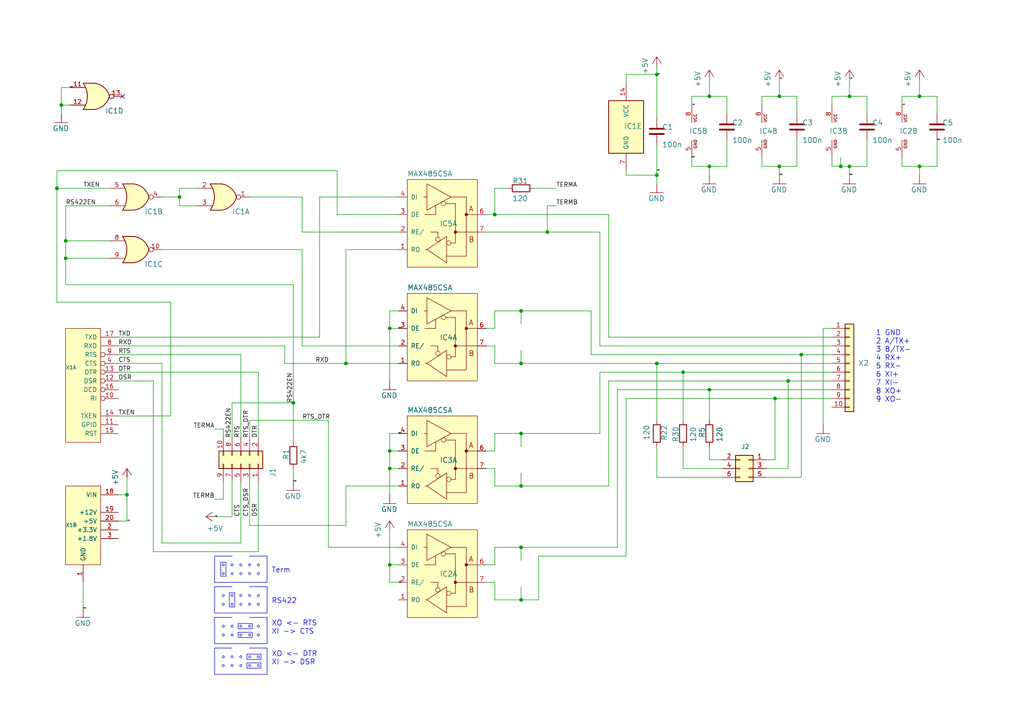
<source format=kicad_sch>
(kicad_sch (version 20250114) (generator "eeschema") (generator_version "9.0")
  (paper "A4")
  (title_block (date "2023-06-28"))
  (lib_symbols
    (symbol "74xx:74HCT02" (pin_names (offset 1.016))
      (property "Reference" "U" (at 0 1.27 0))
      (property "Value" "74HCT02" (at 0 -1.27 0))
      (symbol "74HCT02_1_1"
        (arc (start -3.81 3.81) (mid -2.589 0) (end -3.81 -3.81) (stroke (width 0.254)))
        (polyline (pts (xy -3.81 3.81) (xy -0.635 3.81)) (stroke (width 0.254)) (fill (type background)))
        (polyline (pts (xy -3.81 -3.81) (xy -0.635 -3.81)) (stroke (width 0.254)) (fill (type background)))
        (arc (start 3.81 0) (mid 2.1855 -2.584) (end -0.6096 -3.81) (stroke (width 0.254)) (fill (type background)))
        (arc (start -0.6096 3.81) (mid 2.1928 2.5924) (end 3.81 0) (stroke (width 0.254)) (fill (type background)))
        (polyline (pts (xy -0.635 3.81) (xy -3.81 3.81) (xy -3.81 3.81) (xy -3.556 3.4036) (xy -3.0226 2.2606) (xy -2.6924 1.0414) (xy -2.6162 -0.254) (xy -2.7686 -1.4986) (xy -3.175 -2.7178) (xy -3.81 -3.81) (xy -3.81 -3.81) (xy -0.635 -3.81)) (stroke (width -25.4)) (fill (type background)))
        (pin input line (at -7.62 2.54 0) (length 4.318) (name "~") (number "2"))
        (pin input line (at -7.62 -2.54 0) (length 4.318) (name "~") (number "3"))
        (pin output inverted (at 7.62 0 180) (length 3.81) (name "~") (number "1"))
      )
      (symbol "74HCT02_1_2"
        (arc (start 0 3.81) (mid 3.7934 0) (end 0 -3.81) (stroke (width 0.254)) (fill (type background)))
        (polyline (pts (xy 0 3.81) (xy -3.81 3.81) (xy -3.81 -3.81) (xy 0 -3.81)) (stroke (width 0.254)) (fill (type background)))
        (pin input inverted (at -7.62 2.54 0) (length 3.81) (name "~") (number "2"))
        (pin input inverted (at -7.62 -2.54 0) (length 3.81) (name "~") (number "3"))
        (pin output line (at 7.62 0 180) (length 3.81) (name "~") (number "1"))
      )
      (symbol "74HCT02_2_1"
        (arc (start -3.81 3.81) (mid -2.589 0) (end -3.81 -3.81) (stroke (width 0.254)))
        (polyline (pts (xy -3.81 3.81) (xy -0.635 3.81)) (stroke (width 0.254)) (fill (type background)))
        (polyline (pts (xy -3.81 -3.81) (xy -0.635 -3.81)) (stroke (width 0.254)) (fill (type background)))
        (arc (start 3.81 0) (mid 2.1855 -2.584) (end -0.6096 -3.81) (stroke (width 0.254)) (fill (type background)))
        (arc (start -0.6096 3.81) (mid 2.1928 2.5924) (end 3.81 0) (stroke (width 0.254)) (fill (type background)))
        (polyline (pts (xy -0.635 3.81) (xy -3.81 3.81) (xy -3.81 3.81) (xy -3.556 3.4036) (xy -3.0226 2.2606) (xy -2.6924 1.0414) (xy -2.6162 -0.254) (xy -2.7686 -1.4986) (xy -3.175 -2.7178) (xy -3.81 -3.81) (xy -3.81 -3.81) (xy -0.635 -3.81)) (stroke (width -25.4)) (fill (type background)))
        (pin input line (at -7.62 2.54 0) (length 4.318) (name "~") (number "5"))
        (pin input line (at -7.62 -2.54 0) (length 4.318) (name "~") (number "6"))
        (pin output inverted (at 7.62 0 180) (length 3.81) (name "~") (number "4"))
      )
      (symbol "74HCT02_2_2"
        (arc (start 0 3.81) (mid 3.7934 0) (end 0 -3.81) (stroke (width 0.254)) (fill (type background)))
        (polyline (pts (xy 0 3.81) (xy -3.81 3.81) (xy -3.81 -3.81) (xy 0 -3.81)) (stroke (width 0.254)) (fill (type background)))
        (pin input inverted (at -7.62 2.54 0) (length 3.81) (name "~") (number "5"))
        (pin input inverted (at -7.62 -2.54 0) (length 3.81) (name "~") (number "6"))
        (pin output line (at 7.62 0 180) (length 3.81) (name "~") (number "4"))
      )
      (symbol "74HCT02_3_1"
        (arc (start -3.81 3.81) (mid -2.589 0) (end -3.81 -3.81) (stroke (width 0.254)))
        (polyline (pts (xy -3.81 3.81) (xy -0.635 3.81)) (stroke (width 0.254)) (fill (type background)))
        (polyline (pts (xy -3.81 -3.81) (xy -0.635 -3.81)) (stroke (width 0.254)) (fill (type background)))
        (arc (start 3.81 0) (mid 2.1855 -2.584) (end -0.6096 -3.81) (stroke (width 0.254)) (fill (type background)))
        (arc (start -0.6096 3.81) (mid 2.1928 2.5924) (end 3.81 0) (stroke (width 0.254)) (fill (type background)))
        (polyline (pts (xy -0.635 3.81) (xy -3.81 3.81) (xy -3.81 3.81) (xy -3.556 3.4036) (xy -3.0226 2.2606) (xy -2.6924 1.0414) (xy -2.6162 -0.254) (xy -2.7686 -1.4986) (xy -3.175 -2.7178) (xy -3.81 -3.81) (xy -3.81 -3.81) (xy -0.635 -3.81)) (stroke (width -25.4)) (fill (type background)))
        (pin input line (at -7.62 2.54 0) (length 4.318) (name "~") (number "8"))
        (pin input line (at -7.62 -2.54 0) (length 4.318) (name "~") (number "9"))
        (pin output inverted (at 7.62 0 180) (length 3.81) (name "~") (number "10"))
      )
      (symbol "74HCT02_3_2"
        (arc (start 0 3.81) (mid 3.7934 0) (end 0 -3.81) (stroke (width 0.254)) (fill (type background)))
        (polyline (pts (xy 0 3.81) (xy -3.81 3.81) (xy -3.81 -3.81) (xy 0 -3.81)) (stroke (width 0.254)) (fill (type background)))
        (pin input inverted (at -7.62 2.54 0) (length 3.81) (name "~") (number "8"))
        (pin input inverted (at -7.62 -2.54 0) (length 3.81) (name "~") (number "9"))
        (pin output line (at 7.62 0 180) (length 3.81) (name "~") (number "10"))
      )
      (symbol "74HCT02_4_1"
        (arc (start -3.81 3.81) (mid -2.589 0) (end -3.81 -3.81) (stroke (width 0.254)))
        (polyline (pts (xy -3.81 3.81) (xy -0.635 3.81)) (stroke (width 0.254)) (fill (type background)))
        (polyline (pts (xy -3.81 -3.81) (xy -0.635 -3.81)) (stroke (width 0.254)) (fill (type background)))
        (arc (start 3.81 0) (mid 2.1855 -2.584) (end -0.6096 -3.81) (stroke (width 0.254)) (fill (type background)))
        (arc (start -0.6096 3.81) (mid 2.1928 2.5924) (end 3.81 0) (stroke (width 0.254)) (fill (type background)))
        (polyline (pts (xy -0.635 3.81) (xy -3.81 3.81) (xy -3.81 3.81) (xy -3.556 3.4036) (xy -3.0226 2.2606) (xy -2.6924 1.0414) (xy -2.6162 -0.254) (xy -2.7686 -1.4986) (xy -3.175 -2.7178) (xy -3.81 -3.81) (xy -3.81 -3.81) (xy -0.635 -3.81)) (stroke (width -25.4)) (fill (type background)))
        (pin input line (at -7.62 2.54 0) (length 4.318) (name "~") (number "11"))
        (pin input line (at -7.62 -2.54 0) (length 4.318) (name "~") (number "12"))
        (pin output inverted (at 7.62 0 180) (length 3.81) (name "~") (number "13"))
      )
      (symbol "74HCT02_4_2"
        (arc (start 0 3.81) (mid 3.7934 0) (end 0 -3.81) (stroke (width 0.254)) (fill (type background)))
        (polyline (pts (xy 0 3.81) (xy -3.81 3.81) (xy -3.81 -3.81) (xy 0 -3.81)) (stroke (width 0.254)) (fill (type background)))
        (pin input inverted (at -7.62 2.54 0) (length 3.81) (name "~") (number "11"))
        (pin input inverted (at -7.62 -2.54 0) (length 3.81) (name "~") (number "12"))
        (pin output line (at 7.62 0 180) (length 3.81) (name "~") (number "13"))
      )
      (symbol "74HCT02_5_0"
        (pin power_in line (at 0 12.7 270) (length 5.08) (name "VCC") (number "14"))
        (pin power_in line (at 0 -12.7 90) (length 5.08) (name "GND") (number "7"))
      )
      (symbol "74HCT02_5_1"
        (rectangle (start -5.08 7.62) (end 5.08 -7.62) (stroke (width 0.254)) (fill (type background)))
      )
    )
    (symbol "AllSerial:AllSerial_Connector" (pin_names (offset 1.016))
      (property "Reference" "X" (at -5.08 19.05 0))
      (symbol "AllSerial_Connector_1_0"
        (pin output line (at 10.16 15.24 180) (length 5.08) (name "TXD") (number "17"))
        (pin input line (at 10.16 12.7 180) (length 5.08) (name "RXD") (number "8"))
        (pin output inverted (at 10.16 10.16 180) (length 5.08) (name "RTS") (number "9"))
        (pin input inverted (at 10.16 7.62 180) (length 5.08) (name "CTS") (number "4"))
        (pin output inverted (at 10.16 5.08 180) (length 5.08) (name "DTR") (number "13"))
        (pin input inverted (at 10.16 2.54 180) (length 5.08) (name "DSR") (number "12"))
        (pin input inverted (at 10.16 0 180) (length 5.08) (name "DCD") (number "16"))
        (pin input inverted (at 10.16 -2.54 180) (length 5.08) (name "RI") (number "10"))
        (pin output line (at 10.16 -7.62 180) (length 5.08) (name "TXEN") (number "14"))
        (pin bidirectional line (at 10.16 -10.16 180) (length 5.08) (name "GPIO") (number "11"))
        (pin bidirectional line (at 10.16 -12.7 180) (length 5.08) (name "RST") (number "15"))
      )
      (symbol "AllSerial_Connector_1_1"
        (rectangle (start -5.08 17.78) (end 5.08 -15.24) (fill (type background)))
      )
      (symbol "AllSerial_Connector_2_0"
        (pin bidirectional line (at 0 -10.16 90) (length 5.08) (name "GND") (number "1"))
        (pin bidirectional line (at 10.16 15.24 180) (length 5.08) (name "VIN") (number "18"))
        (pin bidirectional line (at 10.16 10.16 180) (length 5.08) (name "+12V") (number "19"))
        (pin bidirectional line (at 10.16 7.62 180) (length 5.08) (name "+5V") (number "20"))
        (pin bidirectional line (at 10.16 5.08 180) (length 5.08) (name "+3.3V") (number "2"))
        (pin bidirectional line (at 10.16 2.54 180) (length 5.08) (name "+1.8V") (number "3"))
      )
      (symbol "AllSerial_Connector_2_1"
        (rectangle (start -5.08 17.78) (end 5.08 -5.08) (fill (type background)))
      )
      (symbol "AllSerial_Connector_3_0"
        (pin bidirectional line (at 10.16 15.24 180) (length 5.08) (name "VUSB") (number "7"))
        (pin bidirectional line (at 10.16 12.7 180) (length 5.08) (name "D+") (number "6"))
        (pin bidirectional line (at 10.16 10.16 180) (length 5.08) (name "D-") (number "5"))
      )
      (symbol "AllSerial_Connector_3_1"
        (rectangle (start -5.08 17.78) (end 5.08 7.62) (fill (type background)))
      )
    )
    (symbol "AllSerial:MAX485" (pin_names (offset 1.016))
      (property "Reference" "IC5" (at -0.762 0.762 0))
      (symbol "MAX485_1_0"
        (polyline (pts (xy -5.334 -7.62) (xy -4.445 -7.62)))
        (polyline (pts (xy -5.08 -2.54) (xy -1.905 -2.54)))
        (polyline (pts (xy -4.953 7.62) (xy -4.445 7.62)))
        (polyline (pts (xy -4.445 7.62) (xy 1.27 11.43)))
        (polyline (pts (xy -4.445 -3.81) (xy 2.54 -7.62)))
        (polyline (pts (xy -4.445 -7.62) (xy -4.445 -3.81)))
        (polyline (pts (xy -4.445 -11.43) (xy -4.445 -7.62)))
        (polyline (pts (xy -3.302 2.54) (xy -1.27 2.54)))
        (polyline (pts (xy -1.905 -2.54) (xy -1.905 -5.207)))
        (circle (center -1.27 4.699) (radius 0.635) (stroke (width 0.127)))
        (polyline (pts (xy -1.27 2.54) (xy -1.27 4.064)))
        (circle (center 0.381 -5.715) (radius 0.635) (stroke (width 0.127)))
        (polyline (pts (xy 1.016 -5.715) (xy 3.81 -5.715)))
        (polyline (pts (xy 1.27 11.43) (xy 1.27 9.525)))
        (polyline (pts (xy 1.27 9.525) (xy 1.27 3.81)))
        (polyline (pts (xy 1.27 9.525) (xy 6.985 9.525)))
        (polyline (pts (xy 1.27 3.81) (xy -4.445 7.62)))
        (circle (center 1.905 5.715) (radius 0.635) (stroke (width 0.127)))
        (polyline (pts (xy 2.54 -7.62) (xy -4.445 -11.43)))
        (polyline (pts (xy 2.54 -7.62) (xy 6.985 -7.62)))
        (polyline (pts (xy 3.81 5.715) (xy 2.54 5.715)))
        (polyline (pts (xy 3.81 2.54) (xy 3.81 5.715)))
        (circle (center 3.81 2.54) (radius 0.254) (stroke (width 0.4064)))
        (polyline (pts (xy 3.81 -5.715) (xy 3.81 2.54)))
        (polyline (pts (xy 6.985 -2.54) (xy 6.985 9.525)))
        (circle (center 6.985 -2.54) (radius 0.254) (stroke (width 0.4064)))
        (polyline (pts (xy 6.985 -7.62) (xy 6.985 -2.54)))
        (polyline (pts (xy 10.16 2.54) (xy 3.81 2.54)))
        (polyline (pts (xy 10.16 -2.54) (xy 6.985 -2.54)))
        (text "B" (at 7.62 3.81 0) (effects (font (size 1.4986 1.4986)) (justify left bottom)))
        (text "A" (at 7.62 -5.08 0) (effects (font (size 1.4986 1.4986)) (justify left bottom)))
        (pin output line (at -12.7 7.62 0) (length 2.54) (name "RO") (number "1"))
        (pin input line (at -12.7 2.54 0) (length 2.54) (name "RE/") (number "2"))
        (pin input line (at -12.7 -2.54 0) (length 2.54) (name "DE") (number "3"))
        (pin input line (at -12.7 -7.62 0) (length 2.54) (name "DI") (number "4"))
        (pin passive line (at 12.7 2.54 180) (length 2.54) (name "B") (number "7"))
        (pin passive line (at 12.7 -2.54 180) (length 2.54) (name "A") (number "6"))
      )
      (symbol "MAX485_1_1"
        (rectangle (start -10.16 12.7) (end 10.16 -12.7) (fill (type background)))
      )
      (symbol "MAX485_2_0"
        (text "VCC" (at 1.524 2.54 900) (effects (font (size 0.8636 0.8636)) (justify left bottom)))
        (text "GND" (at 1.524 -5.08 900) (effects (font (size 0.8636 0.8636)) (justify left bottom)))
        (pin power_in line (at 0 7.62 270) (length 5.08) (name "VCC") (number "8"))
        (pin power_in line (at 0 -7.62 90) (length 5.08) (name "GND") (number "5"))
      )
    )
    (symbol "AllSerial_RS485_RS422-rescue:+5V-2_RS485_RS422-eagle-import" (power) (pin_names (offset 1.016))
      (property "Value" "+5V-2_RS485_RS422-eagle-import" (at -2.54 -5.08 90))
      (symbol "+5V-2_RS485_RS422-eagle-import_1_0"
        (polyline (pts (xy 0 0) (xy -1.27 -1.905)))
        (polyline (pts (xy 1.27 -1.905) (xy 0 0)))
        (pin power_in line (at 0 -2.54 90) (length 2.54) (name "+5V") (number "1"))
      )
    )
    (symbol "AllSerial_RS485_RS422-rescue:GND-2_RS485_RS422-eagle-import" (power) (pin_names (offset 1.016))
      (property "Value" "GND-2_RS485_RS422-eagle-import" (at -2.54 -2.54 0))
      (symbol "GND-2_RS485_RS422-eagle-import_1_0"
        (polyline (pts (xy -1.905 0) (xy 1.905 0)))
        (pin power_in line (at 0 2.54 270) (length 2.54) (name "GND") (number "1"))
      )
    )
    (symbol "Connector_Generic:Conn_01x10" (pin_names (offset 1.016) (hide yes))
      (property "Reference" "J" (at 0 12.7 0))
      (property "Value" "Conn_01x10" (at 0 -15.24 0))
      (symbol "Conn_01x10_1_1"
        (rectangle (start -1.27 11.43) (end 1.27 -13.97) (stroke (width 0.254)) (fill (type background)))
        (rectangle (start -1.27 10.287) (end 0 10.033) (stroke (width 0.1524)))
        (rectangle (start -1.27 7.747) (end 0 7.493) (stroke (width 0.1524)))
        (rectangle (start -1.27 5.207) (end 0 4.953) (stroke (width 0.1524)))
        (rectangle (start -1.27 2.667) (end 0 2.413) (stroke (width 0.1524)))
        (rectangle (start -1.27 0.127) (end 0 -0.127) (stroke (width 0.1524)))
        (rectangle (start -1.27 -2.413) (end 0 -2.667) (stroke (width 0.1524)))
        (rectangle (start -1.27 -4.953) (end 0 -5.207) (stroke (width 0.1524)))
        (rectangle (start -1.27 -7.493) (end 0 -7.747) (stroke (width 0.1524)))
        (rectangle (start -1.27 -10.033) (end 0 -10.287) (stroke (width 0.1524)))
        (rectangle (start -1.27 -12.573) (end 0 -12.827) (stroke (width 0.1524)))
        (pin passive line (at -5.08 10.16 0) (length 3.81) (name "Pin_1") (number "1"))
        (pin passive line (at -5.08 7.62 0) (length 3.81) (name "Pin_2") (number "2"))
        (pin passive line (at -5.08 5.08 0) (length 3.81) (name "Pin_3") (number "3"))
        (pin passive line (at -5.08 2.54 0) (length 3.81) (name "Pin_4") (number "4"))
        (pin passive line (at -5.08 0 0) (length 3.81) (name "Pin_5") (number "5"))
        (pin passive line (at -5.08 -2.54 0) (length 3.81) (name "Pin_6") (number "6"))
        (pin passive line (at -5.08 -5.08 0) (length 3.81) (name "Pin_7") (number "7"))
        (pin passive line (at -5.08 -7.62 0) (length 3.81) (name "Pin_8") (number "8"))
        (pin passive line (at -5.08 -10.16 0) (length 3.81) (name "Pin_9") (number "9"))
        (pin passive line (at -5.08 -12.7 0) (length 3.81) (name "Pin_10") (number "10"))
      )
    )
    (symbol "Connector_Generic:Conn_02x03_Odd_Even" (pin_names (offset 1.016) (hide yes))
      (property "Reference" "J" (at 1.27 5.08 0))
      (property "Value" "Conn_02x03_Odd_Even" (at 1.27 -5.08 0))
      (symbol "Conn_02x03_Odd_Even_1_1"
        (rectangle (start -1.27 3.81) (end 3.81 -3.81) (stroke (width 0.254)) (fill (type background)))
        (rectangle (start -1.27 2.667) (end 0 2.413) (stroke (width 0.1524)))
        (rectangle (start -1.27 0.127) (end 0 -0.127) (stroke (width 0.1524)))
        (rectangle (start -1.27 -2.413) (end 0 -2.667) (stroke (width 0.1524)))
        (rectangle (start 3.81 2.667) (end 2.54 2.413) (stroke (width 0.1524)))
        (rectangle (start 3.81 0.127) (end 2.54 -0.127) (stroke (width 0.1524)))
        (rectangle (start 3.81 -2.413) (end 2.54 -2.667) (stroke (width 0.1524)))
        (pin passive line (at -5.08 2.54 0) (length 3.81) (name "Pin_1") (number "1"))
        (pin passive line (at -5.08 0 0) (length 3.81) (name "Pin_3") (number "3"))
        (pin passive line (at -5.08 -2.54 0) (length 3.81) (name "Pin_5") (number "5"))
        (pin passive line (at 7.62 2.54 180) (length 3.81) (name "Pin_2") (number "2"))
        (pin passive line (at 7.62 0 180) (length 3.81) (name "Pin_4") (number "4"))
        (pin passive line (at 7.62 -2.54 180) (length 3.81) (name "Pin_6") (number "6"))
      )
    )
    (symbol "Connector_Generic:Conn_02x05_Odd_Even" (pin_names (offset 1.016) (hide yes))
      (property "Reference" "J" (at 1.27 7.62 0))
      (property "Value" "Conn_02x05_Odd_Even" (at 1.27 -7.62 0))
      (symbol "Conn_02x05_Odd_Even_1_1"
        (rectangle (start -1.27 6.35) (end 3.81 -6.35) (stroke (width 0.254)) (fill (type background)))
        (rectangle (start -1.27 5.207) (end 0 4.953) (stroke (width 0.1524)))
        (rectangle (start -1.27 2.667) (end 0 2.413) (stroke (width 0.1524)))
        (rectangle (start -1.27 0.127) (end 0 -0.127) (stroke (width 0.1524)))
        (rectangle (start -1.27 -2.413) (end 0 -2.667) (stroke (width 0.1524)))
        (rectangle (start -1.27 -4.953) (end 0 -5.207) (stroke (width 0.1524)))
        (rectangle (start 3.81 5.207) (end 2.54 4.953) (stroke (width 0.1524)))
        (rectangle (start 3.81 2.667) (end 2.54 2.413) (stroke (width 0.1524)))
        (rectangle (start 3.81 0.127) (end 2.54 -0.127) (stroke (width 0.1524)))
        (rectangle (start 3.81 -2.413) (end 2.54 -2.667) (stroke (width 0.1524)))
        (rectangle (start 3.81 -4.953) (end 2.54 -5.207) (stroke (width 0.1524)))
        (pin passive line (at -5.08 5.08 0) (length 3.81) (name "Pin_1") (number "1"))
        (pin passive line (at -5.08 2.54 0) (length 3.81) (name "Pin_3") (number "3"))
        (pin passive line (at -5.08 0 0) (length 3.81) (name "Pin_5") (number "5"))
        (pin passive line (at -5.08 -2.54 0) (length 3.81) (name "Pin_7") (number "7"))
        (pin passive line (at -5.08 -5.08 0) (length 3.81) (name "Pin_9") (number "9"))
        (pin passive line (at 7.62 5.08 180) (length 3.81) (name "Pin_2") (number "2"))
        (pin passive line (at 7.62 2.54 180) (length 3.81) (name "Pin_4") (number "4"))
        (pin passive line (at 7.62 0 180) (length 3.81) (name "Pin_6") (number "6"))
        (pin passive line (at 7.62 -2.54 180) (length 3.81) (name "Pin_8") (number "8"))
        (pin passive line (at 7.62 -5.08 180) (length 3.81) (name "Pin_10") (number "10"))
      )
    )
    (symbol "Device:C" (pin_numbers (hide yes)) (pin_names (offset 0.254))
      (property "Reference" "C" (at 0.635 2.54 0))
      (property "Value" "C" (at 0.635 -2.54 0))
      (symbol "C_0_1"
        (polyline (pts (xy -2.032 0.762) (xy 2.032 0.762)) (stroke (width 0.508)))
        (polyline (pts (xy -2.032 -0.762) (xy 2.032 -0.762)) (stroke (width 0.508)))
      )
      (symbol "C_1_1"
        (pin passive line (at 0 3.81 270) (length 2.794) (name "~") (number "1"))
        (pin passive line (at 0 -3.81 90) (length 2.794) (name "~") (number "2"))
      )
    )
    (symbol "Device:R" (pin_numbers (hide yes)) (pin_names (offset 0))
      (property "Reference" "R" (at 2.032 0 90))
      (property "Value" "R" (at 0 0 90))
      (symbol "R_0_1"
        (rectangle (start -1.016 -2.54) (end 1.016 2.54) (stroke (width 0.254)))
      )
      (symbol "R_1_1"
        (pin passive line (at 0 3.81 270) (length 1.27) (name "~") (number "1"))
        (pin passive line (at 0 -3.81 90) (length 1.27) (name "~") (number "2"))
      )
    )
  )
  (circle (center 69.85 163.83) (radius 0.3) (fill (type color)))
  (circle (center 67.31 163.83) (radius 0.3) (fill (type color)))
  (circle (center 69.85 181.61) (radius 0.3) (fill (type color)))
  (circle (center 64.77 181.61) (radius 0.3) (fill (type color)))
  (circle (center 74.93 172.72) (radius 0.3) (fill (type color)))
  (circle (center 74.93 181.61) (radius 0.3) (fill (type color)))
  (circle (center 69.85 175.26) (radius 0.3) (fill (type color)))
  (circle (center 64.77 163.83) (radius 0.3) (fill (type color)))
  (circle (center 67.31 175.26) (radius 0.3) (fill (type color)))
  (circle (center 74.93 184.15) (radius 0.3) (fill (type color)))
  (circle (center 72.39 175.26) (radius 0.3) (fill (type color)))
  (circle (center 69.85 166.37) (radius 0.3) (fill (type color)))
  (circle (center 72.39 193.04) (radius 0.3) (fill (type color)))
  (circle (center 67.31 193.04) (radius 0.3) (fill (type color)))
  (circle (center 69.85 193.04) (radius 0.3) (fill (type color)))
  (circle (center 67.31 184.15) (radius 0.3) (fill (type color)))
  (circle (center 67.31 181.61) (radius 0.3) (fill (type color)))
  (circle (center 74.93 190.5) (radius 0.3) (fill (type color)))
  (circle (center 74.93 175.26) (radius 0.3) (fill (type color)))
  (circle (center 72.39 166.37) (radius 0.3) (fill (type color)))
  (circle (center 64.77 193.04) (radius 0.3) (fill (type color)))
  (circle (center 69.85 184.15) (radius 0.3) (fill (type color)))
  (circle (center 67.31 166.37) (radius 0.3) (fill (type color)))
  (circle (center 74.93 166.37) (radius 0.3) (fill (type color)))
  (circle (center 74.93 163.83) (radius 0.3) (fill (type color)))
  (circle (center 64.77 190.5) (radius 0.3) (fill (type color)))
  (circle (center 72.39 163.83) (radius 0.3) (fill (type color)))
  (circle (center 64.77 184.15) (radius 0.3) (fill (type color)))
  (circle (center 69.85 190.5) (radius 0.3) (fill (type color)))
  (circle (center 74.93 193.04) (radius 0.3) (fill (type color)))
  (circle (center 72.39 190.5) (radius 0.3) (fill (type color)))
  (circle (center 64.77 172.72) (radius 0.3) (fill (type color)))
  (circle (center 72.39 184.15) (radius 0.3) (fill (type color)))
  (circle (center 67.31 172.72) (radius 0.3) (fill (type color)))
  (circle (center 69.85 172.72) (radius 0.3) (fill (type color)))
  (circle (center 72.39 181.61) (radius 0.3) (fill (type color)))
  (circle (center 64.77 175.26) (radius 0.3) (fill (type color)))
  (circle (center 67.31 190.5) (radius 0.3) (fill (type color)))
  (circle (center 64.77 166.37) (radius 0.3) (fill (type color)))
  (circle (center 72.39 172.72) (radius 0.3) (fill (type color)))
  (text "1 GND\n2 A/TX+\n3 B/TX-\n4 RX+\n5 RX-\n6 XI+\n7 XI-\n8 XO+\n9 XO-" (at 254 116.84 0) (effects (font (size 1.4986 1.4986)) (justify left bottom)))
  (text "XO <- DTR\nXI -> DSR" (at 78.74 193.04 0) (effects (font (size 1.4986 1.4986)) (justify left bottom)))
  (text "RS422" (at 78.74 175.26 0) (effects (font (size 1.4986 1.4986)) (justify left bottom)))
  (text "Term" (at 78.74 166.37 0) (effects (font (size 1.4986 1.4986)) (justify left bottom)))
  (text "XO <- RTS\nXI -> CTS" (at 78.74 184.15 0) (effects (font (size 1.4986 1.4986)) (justify left bottom)))
  (junction (at 190.5 21.59))
  (junction (at 151.13 105.41))
  (junction (at 266.7 27.94))
  (junction (at 36.83 143.51))
  (junction (at 158.75 67.31))
  (junction (at 232.41 102.87))
  (junction (at 226.06 27.94))
  (junction (at 16.51 54.61))
  (junction (at 224.79 115.57))
  (junction (at 151.13 173.99))
  (junction (at 151.13 158.75))
  (junction (at 205.74 113.03))
  (junction (at 19.05 69.85))
  (junction (at 143.51 62.23))
  (junction (at 228.6 110.49))
  (junction (at 85.09 116.84))
  (junction (at 266.7 48.26))
  (junction (at 113.03 130.81))
  (junction (at 17.78 30.48))
  (junction (at 246.38 27.94))
  (junction (at 246.38 48.26))
  (junction (at 198.12 107.95))
  (junction (at 205.74 27.94))
  (junction (at 205.74 48.26))
  (junction (at 151.13 90.17))
  (junction (at 226.06 48.26))
  (junction (at 100.33 105.41))
  (junction (at 190.5 50.8))
  (junction (at 151.13 140.97))
  (junction (at 243.84 48.26))
  (junction (at 190.5 105.41))
  (junction (at 52.07 57.15))
  (junction (at 19.05 74.93))
  (junction (at 151.13 125.73))
  (junction (at 113.03 95.25))
  (junction (at 113.03 135.89))
  (junction (at 113.03 163.83))
  (no_connect (at 35.56 27.94))
  (wire (pts (xy 190.5 105.41) (xy 241.3 105.41)))
  (wire (pts (xy 179.07 158.75) (xy 151.13 158.75)))
  (wire (pts (xy 190.5 21.59) (xy 190.5 34.29)))
  (polyline (pts (xy 68.072 171.958) (xy 68.072 176.022)))
  (wire (pts (xy 16.51 54.61) (xy 16.51 87.63)))
  (wire (pts (xy 115.57 57.15) (xy 92.71 57.15)))
  (wire (pts (xy 200.66 30.48) (xy 200.66 27.94)))
  (wire (pts (xy 143.51 140.97) (xy 151.13 140.97)))
  (wire (pts (xy 224.79 115.57) (xy 181.61 115.57)))
  (polyline (pts (xy 73.152 183.388) (xy 73.152 184.912)))
  (polyline (pts (xy 64.008 167.132) (xy 64.008 163.068)))
  (wire (pts (xy 69.85 139.7) (xy 69.85 157.48)))
  (wire (pts (xy 36.83 143.51) (xy 34.29 143.51)))
  (wire (pts (xy 143.51 62.23) (xy 176.53 62.23)))
  (wire (pts (xy 241.3 107.95) (xy 198.12 107.95)))
  (polyline (pts (xy 69.088 183.388) (xy 73.152 183.388)))
  (wire (pts (xy 100.33 105.41) (xy 82.55 105.41)))
  (polyline (pts (xy 77.47 179.07) (xy 72.39 179.07)))
  (polyline (pts (xy 77.47 187.96) (xy 77.47 195.58)))
  (wire (pts (xy 115.57 95.25) (xy 113.03 95.25)))
  (polyline (pts (xy 66.548 171.958) (xy 68.072 171.958)))
  (wire (pts (xy 143.51 95.25) (xy 143.51 90.17)))
  (wire (pts (xy 224.79 133.35) (xy 224.79 115.57)))
  (wire (pts (xy 36.83 151.13) (xy 36.83 143.51)))
  (wire (pts (xy 74.93 107.95) (xy 74.93 127)))
  (wire (pts (xy 151.13 101.6) (xy 151.13 105.41)))
  (wire (pts (xy 113.03 90.17) (xy 113.03 95.25)))
  (wire (pts (xy 100.33 72.39) (xy 115.57 72.39)))
  (wire (pts (xy 261.62 48.26) (xy 261.62 45.72)))
  (wire (pts (xy 198.12 107.95) (xy 198.12 121.92)))
  (wire (pts (xy 17.78 30.48) (xy 17.78 33.02)))
  (wire (pts (xy 19.05 82.55) (xy 19.05 74.93)))
  (wire (pts (xy 200.66 48.26) (xy 205.74 48.26)))
  (wire (pts (xy 87.63 67.31) (xy 87.63 57.15)))
  (wire (pts (xy 72.39 121.92) (xy 95.25 121.92)))
  (polyline (pts (xy 62.23 186.69) (xy 62.23 179.07)))
  (polyline (pts (xy 69.088 184.912) (xy 69.088 183.388)))
  (wire (pts (xy 200.66 45.72) (xy 200.66 48.26)))
  (wire (pts (xy 62.23 149.86) (xy 67.31 149.86)))
  (wire (pts (xy 34.29 151.13) (xy 36.83 151.13)))
  (wire (pts (xy 241.3 48.26) (xy 241.3 45.72)))
  (wire (pts (xy 271.78 27.94) (xy 266.7 27.94)))
  (wire (pts (xy 271.78 33.02) (xy 271.78 27.94)))
  (wire (pts (xy 46.99 105.41) (xy 34.29 105.41)))
  (wire (pts (xy 46.99 57.15) (xy 52.07 57.15)))
  (wire (pts (xy 238.76 95.25) (xy 238.76 123.19)))
  (wire (pts (xy 151.13 158.75) (xy 151.13 162.56)))
  (wire (pts (xy 205.74 113.03) (xy 179.07 113.03)))
  (wire (pts (xy 52.07 57.15) (xy 52.07 59.69)))
  (polyline (pts (xy 71.628 189.738) (xy 75.692 189.738)))
  (wire (pts (xy 46.99 157.48) (xy 46.99 105.41)))
  (wire (pts (xy 87.63 72.39) (xy 87.63 100.33)))
  (wire (pts (xy 72.39 152.4) (xy 100.33 152.4)))
  (wire (pts (xy 87.63 100.33) (xy 115.57 100.33)))
  (polyline (pts (xy 77.47 186.69) (xy 62.23 186.69)))
  (wire (pts (xy 241.3 27.94) (xy 241.3 30.48)))
  (polyline (pts (xy 62.23 170.18) (xy 67.31 170.18)))
  (wire (pts (xy 151.13 137.16) (xy 151.13 140.97)))
  (wire (pts (xy 143.51 168.91) (xy 143.51 173.99)))
  (wire (pts (xy 271.78 40.64) (xy 271.78 48.26)))
  (wire (pts (xy 156.21 161.29) (xy 181.61 161.29)))
  (wire (pts (xy 241.3 110.49) (xy 228.6 110.49)))
  (wire (pts (xy 115.57 62.23) (xy 97.79 62.23)))
  (wire (pts (xy 87.63 57.15) (xy 72.39 57.15)))
  (wire (pts (xy 190.5 129.54) (xy 190.5 138.43)))
  (wire (pts (xy 97.79 49.53) (xy 16.51 49.53)))
  (wire (pts (xy 173.99 100.33) (xy 241.3 100.33)))
  (wire (pts (xy 226.06 50.8) (xy 226.06 48.26)))
  (wire (pts (xy 171.45 102.87) (xy 232.41 102.87)))
  (wire (pts (xy 222.25 133.35) (xy 224.79 133.35)))
  (wire (pts (xy 156.21 173.99) (xy 156.21 161.29)))
  (wire (pts (xy 181.61 115.57) (xy 181.61 161.29)))
  (wire (pts (xy 52.07 54.61) (xy 57.15 54.61)))
  (polyline (pts (xy 62.23 195.58) (xy 62.23 187.96)))
  (wire (pts (xy 34.29 97.79) (xy 92.71 97.79)))
  (wire (pts (xy 246.38 48.26) (xy 251.46 48.26)))
  (wire (pts (xy 176.53 140.97) (xy 151.13 140.97)))
  (wire (pts (xy 198.12 107.95) (xy 173.99 107.95)))
  (wire (pts (xy 74.93 139.7) (xy 74.93 160.02)))
  (wire (pts (xy 205.74 113.03) (xy 205.74 121.92)))
  (wire (pts (xy 100.33 140.97) (xy 115.57 140.97)))
  (wire (pts (xy 67.31 139.7) (xy 67.31 149.86)))
  (polyline (pts (xy 77.47 195.58) (xy 62.23 195.58)))
  (wire (pts (xy 246.38 27.94) (xy 241.3 27.94)))
  (wire (pts (xy 16.51 87.63) (xy 49.53 87.63)))
  (wire (pts (xy 198.12 135.89) (xy 198.12 129.54)))
  (wire (pts (xy 115.57 125.73) (xy 113.03 125.73)))
  (wire (pts (xy 115.57 168.91) (xy 113.03 168.91)))
  (wire (pts (xy 243.84 48.26) (xy 243.84 45.72)))
  (wire (pts (xy 173.99 125.73) (xy 151.13 125.73)))
  (wire (pts (xy 246.38 22.86) (xy 246.38 27.94)))
  (wire (pts (xy 140.97 163.83) (xy 143.51 163.83)))
  (polyline (pts (xy 75.692 191.262) (xy 71.628 191.262)))
  (wire (pts (xy 140.97 130.81) (xy 143.51 130.81)))
  (wire (pts (xy 205.74 27.94) (xy 205.74 22.86)))
  (wire (pts (xy 266.7 48.26) (xy 261.62 48.26)))
  (wire (pts (xy 151.13 125.73) (xy 151.13 129.54)))
  (wire (pts (xy 19.05 69.85) (xy 19.05 59.69)))
  (wire (pts (xy 176.53 62.23) (xy 176.53 97.79)))
  (polyline (pts (xy 77.47 161.29) (xy 77.47 168.91)))
  (wire (pts (xy 205.74 133.35) (xy 209.55 133.35)))
  (wire (pts (xy 179.07 113.03) (xy 179.07 158.75)))
  (wire (pts (xy 20.32 30.48) (xy 17.78 30.48)))
  (wire (pts (xy 115.57 135.89) (xy 113.03 135.89)))
  (wire (pts (xy 36.83 138.43) (xy 36.83 143.51)))
  (wire (pts (xy 140.97 62.23) (xy 143.51 62.23)))
  (polyline (pts (xy 77.47 187.96) (xy 72.39 187.96)))
  (wire (pts (xy 158.75 59.69) (xy 161.29 59.69)))
  (wire (pts (xy 44.45 160.02) (xy 44.45 110.49)))
  (polyline (pts (xy 62.23 177.8) (xy 62.23 170.18)))
  (wire (pts (xy 67.31 116.84) (xy 67.31 127)))
  (wire (pts (xy 241.3 113.03) (xy 205.74 113.03)))
  (wire (pts (xy 232.41 102.87) (xy 241.3 102.87)))
  (wire (pts (xy 17.78 25.4) (xy 17.78 30.48)))
  (wire (pts (xy 31.75 69.85) (xy 19.05 69.85)))
  (wire (pts (xy 143.51 100.33) (xy 143.51 105.41)))
  (wire (pts (xy 210.82 48.26) (xy 210.82 40.64)))
  (wire (pts (xy 241.3 115.57) (xy 224.79 115.57)))
  (wire (pts (xy 205.74 48.26) (xy 210.82 48.26)))
  (wire (pts (xy 173.99 107.95) (xy 173.99 125.73)))
  (polyline (pts (xy 77.47 170.18) (xy 77.47 177.8)))
  (wire (pts (xy 140.97 168.91) (xy 143.51 168.91)))
  (polyline (pts (xy 75.692 192.278) (xy 75.692 193.802)))
  (wire (pts (xy 271.78 48.26) (xy 266.7 48.26)))
  (wire (pts (xy 231.14 40.64) (xy 231.14 48.26)))
  (wire (pts (xy 85.09 116.84) (xy 85.09 128.27)))
  (wire (pts (xy 113.03 125.73) (xy 113.03 130.81)))
  (wire (pts (xy 205.74 48.26) (xy 205.74 50.8)))
  (wire (pts (xy 226.06 27.94) (xy 231.14 27.94)))
  (polyline (pts (xy 68.072 176.022) (xy 66.548 176.022)))
  (wire (pts (xy 31.75 74.93) (xy 19.05 74.93)))
  (wire (pts (xy 20.32 25.4) (xy 17.78 25.4)))
  (polyline (pts (xy 64.008 163.068) (xy 65.532 163.068)))
  (wire (pts (xy 198.12 135.89) (xy 209.55 135.89)))
  (wire (pts (xy 246.38 48.26) (xy 243.84 48.26)))
  (wire (pts (xy 92.71 57.15) (xy 92.71 97.79)))
  (wire (pts (xy 190.5 50.8) (xy 190.5 53.34)))
  (wire (pts (xy 181.61 49.53) (xy 181.61 50.8)))
  (wire (pts (xy 226.06 22.86) (xy 226.06 27.94)))
  (polyline (pts (xy 77.47 179.07) (xy 77.47 186.69)))
  (wire (pts (xy 44.45 110.49) (xy 34.29 110.49)))
  (wire (pts (xy 143.51 54.61) (xy 143.51 62.23)))
  (wire (pts (xy 64.77 144.78) (xy 62.23 144.78)))
  (wire (pts (xy 143.51 130.81) (xy 143.51 125.73)))
  (wire (pts (xy 143.51 135.89) (xy 143.51 140.97)))
  (wire (pts (xy 176.53 97.79) (xy 241.3 97.79)))
  (wire (pts (xy 266.7 27.94) (xy 266.7 22.86)))
  (polyline (pts (xy 62.23 168.91) (xy 62.23 161.29)))
  (wire (pts (xy 113.03 135.89) (xy 113.03 143.51)))
  (wire (pts (xy 261.62 27.94) (xy 266.7 27.94)))
  (polyline (pts (xy 66.548 176.022) (xy 66.548 171.958)))
  (polyline (pts (xy 62.23 187.96) (xy 67.31 187.96)))
  (polyline (pts (xy 75.692 189.738) (xy 75.692 191.262)))
  (wire (pts (xy 228.6 135.89) (xy 228.6 110.49)))
  (wire (pts (xy 143.51 163.83) (xy 143.51 158.75)))
  (polyline (pts (xy 69.088 182.372) (xy 69.088 180.848)))
  (wire (pts (xy 251.46 27.94) (xy 251.46 33.02)))
  (wire (pts (xy 261.62 30.48) (xy 261.62 27.94)))
  (wire (pts (xy 181.61 21.59) (xy 181.61 24.13)))
  (wire (pts (xy 85.09 82.55) (xy 19.05 82.55)))
  (wire (pts (xy 49.53 87.63) (xy 49.53 120.65)))
  (polyline (pts (xy 65.532 167.132) (xy 64.008 167.132)))
  (wire (pts (xy 49.53 120.65) (xy 34.29 120.65)))
  (wire (pts (xy 243.84 48.26) (xy 241.3 48.26)))
  (wire (pts (xy 143.51 105.41) (xy 151.13 105.41)))
  (wire (pts (xy 205.74 133.35) (xy 205.74 129.54)))
  (polyline (pts (xy 77.47 161.29) (xy 72.39 161.29)))
  (wire (pts (xy 85.09 135.89) (xy 85.09 139.7)))
  (wire (pts (xy 95.25 158.75) (xy 115.57 158.75)))
  (wire (pts (xy 231.14 27.94) (xy 231.14 33.02)))
  (wire (pts (xy 34.29 100.33) (xy 82.55 100.33)))
  (wire (pts (xy 190.5 21.59) (xy 190.5 19.05)))
  (wire (pts (xy 190.5 138.43) (xy 209.55 138.43)))
  (polyline (pts (xy 77.47 177.8) (xy 62.23 177.8)))
  (polyline (pts (xy 69.088 180.848) (xy 73.152 180.848)))
  (wire (pts (xy 246.38 27.94) (xy 251.46 27.94)))
  (wire (pts (xy 241.3 95.25) (xy 238.76 95.25)))
  (wire (pts (xy 232.41 102.87) (xy 232.41 138.43)))
  (wire (pts (xy 181.61 50.8) (xy 190.5 50.8)))
  (wire (pts (xy 140.97 67.31) (xy 158.75 67.31)))
  (polyline (pts (xy 71.628 193.802) (xy 71.628 192.278)))
  (polyline (pts (xy 73.152 182.372) (xy 69.088 182.372)))
  (wire (pts (xy 151.13 105.41) (xy 190.5 105.41)))
  (wire (pts (xy 171.45 90.17) (xy 171.45 102.87)))
  (wire (pts (xy 143.51 54.61) (xy 147.32 54.61)))
  (wire (pts (xy 52.07 59.69) (xy 57.15 59.69)))
  (wire (pts (xy 82.55 105.41) (xy 82.55 100.33)))
  (wire (pts (xy 85.09 116.84) (xy 67.31 116.84)))
  (wire (pts (xy 140.97 135.89) (xy 143.51 135.89)))
  (wire (pts (xy 100.33 152.4) (xy 100.33 140.97)))
  (wire (pts (xy 34.29 102.87) (xy 69.85 102.87)))
  (wire (pts (xy 72.39 139.7) (xy 72.39 152.4)))
  (wire (pts (xy 16.51 54.61) (xy 31.75 54.61)))
  (wire (pts (xy 115.57 163.83) (xy 113.03 163.83)))
  (wire (pts (xy 151.13 173.99) (xy 156.21 173.99)))
  (wire (pts (xy 115.57 90.17) (xy 113.03 90.17)))
  (wire (pts (xy 113.03 95.25) (xy 113.03 110.49)))
  (polyline (pts (xy 75.692 193.802) (xy 71.628 193.802)))
  (polyline (pts (xy 77.47 168.91) (xy 62.23 168.91)))
  (wire (pts (xy 173.99 67.31) (xy 173.99 100.33)))
  (wire (pts (xy 143.51 90.17) (xy 151.13 90.17)))
  (wire (pts (xy 64.77 127) (xy 64.77 124.46)))
  (wire (pts (xy 69.85 157.48) (xy 46.99 157.48)))
  (wire (pts (xy 222.25 135.89) (xy 228.6 135.89)))
  (wire (pts (xy 72.39 127) (xy 72.39 121.92)))
  (wire (pts (xy 115.57 130.81) (xy 113.03 130.81)))
  (wire (pts (xy 95.25 121.92) (xy 95.25 158.75)))
  (wire (pts (xy 210.82 27.94) (xy 210.82 33.02)))
  (wire (pts (xy 143.51 158.75) (xy 151.13 158.75)))
  (wire (pts (xy 220.98 27.94) (xy 220.98 30.48)))
  (wire (pts (xy 228.6 110.49) (xy 176.53 110.49)))
  (wire (pts (xy 64.77 124.46) (xy 62.23 124.46)))
  (wire (pts (xy 251.46 48.26) (xy 251.46 40.64)))
  (wire (pts (xy 74.93 160.02) (xy 44.45 160.02)))
  (wire (pts (xy 151.13 90.17) (xy 171.45 90.17)))
  (wire (pts (xy 226.06 27.94) (xy 220.98 27.94)))
  (wire (pts (xy 113.03 163.83) (xy 113.03 153.67)))
  (polyline (pts (xy 73.152 184.912) (xy 69.088 184.912)))
  (polyline (pts (xy 62.23 179.07) (xy 67.31 179.07)))
  (wire (pts (xy 19.05 74.93) (xy 19.05 69.85)))
  (wire (pts (xy 205.74 27.94) (xy 210.82 27.94)))
  (wire (pts (xy 151.13 90.17) (xy 151.13 93.98)))
  (wire (pts (xy 226.06 48.26) (xy 231.14 48.26)))
  (wire (pts (xy 100.33 105.41) (xy 100.33 72.39)))
  (polyline (pts (xy 73.152 180.848) (xy 73.152 182.372)))
  (wire (pts (xy 143.51 173.99) (xy 151.13 173.99)))
  (wire (pts (xy 52.07 57.15) (xy 52.07 54.61)))
  (wire (pts (xy 181.61 21.59) (xy 190.5 21.59)))
  (polyline (pts (xy 77.47 170.18) (xy 72.39 170.18)))
  (wire (pts (xy 115.57 105.41) (xy 100.33 105.41)))
  (wire (pts (xy 115.57 67.31) (xy 87.63 67.31)))
  (wire (pts (xy 154.94 54.61) (xy 161.29 54.61)))
  (polyline (pts (xy 71.628 192.278) (xy 75.692 192.278)))
  (wire (pts (xy 222.25 138.43) (xy 232.41 138.43)))
  (wire (pts (xy 140.97 100.33) (xy 143.51 100.33)))
  (wire (pts (xy 113.03 130.81) (xy 113.03 135.89)))
  (wire (pts (xy 34.29 107.95) (xy 74.93 107.95)))
  (wire (pts (xy 158.75 67.31) (xy 173.99 67.31)))
  (wire (pts (xy 226.06 48.26) (xy 220.98 48.26)))
  (wire (pts (xy 46.99 72.39) (xy 87.63 72.39)))
  (wire (pts (xy 190.5 105.41) (xy 190.5 121.92)))
  (wire (pts (xy 97.79 62.23) (xy 97.79 49.53)))
  (wire (pts (xy 176.53 110.49) (xy 176.53 140.97)))
  (wire (pts (xy 16.51 49.53) (xy 16.51 54.61)))
  (wire (pts (xy 31.75 59.69) (xy 19.05 59.69)))
  (polyline (pts (xy 71.628 191.262) (xy 71.628 189.738)))
  (wire (pts (xy 113.03 168.91) (xy 113.03 163.83)))
  (polyline (pts (xy 65.532 163.068) (xy 65.532 167.132)))
  (wire (pts (xy 85.09 116.84) (xy 85.09 82.55)))
  (wire (pts (xy 220.98 48.26) (xy 220.98 45.72)))
  (wire (pts (xy 246.38 50.8) (xy 246.38 48.26)))
  (wire (pts (xy 64.77 139.7) (xy 64.77 144.78)))
  (wire (pts (xy 266.7 50.8) (xy 266.7 48.26)))
  (wire (pts (xy 140.97 95.25) (xy 143.51 95.25)))
  (wire (pts (xy 200.66 27.94) (xy 205.74 27.94)))
  (wire (pts (xy 158.75 67.31) (xy 158.75 59.69)))
  (wire (pts (xy 69.85 102.87) (xy 69.85 127)))
  (wire (pts (xy 190.5 41.91) (xy 190.5 50.8)))
  (wire (pts (xy 151.13 170.18) (xy 151.13 173.99)))
  (wire (pts (xy 143.51 125.73) (xy 151.13 125.73)))
  (wire (pts (xy 24.13 168.91) (xy 24.13 176.53)))
  (polyline (pts (xy 62.23 161.29) (xy 67.31 161.29)))
  (label "GND" (at 115.57 95.25 0) (effects (font (size 0.254 0.254))))
  (label "GND" (at 190.5 49.53 0) (effects (font (size 0.254 0.254))))
  (label "TERMA" (at 62.23 124.46 180))
  (label "+5V" (at 62.23 149.86 0) (effects (font (size 0.254 0.254))))
  (label "GND" (at 226.06 50.8 0) (effects (font (size 0.254 0.254))))
  (label "RS422EN" (at 67.31 127 90))
  (label "GND" (at 271.78 40.64 0) (effects (font (size 0.254 0.254))))
  (label "TERMB" (at 62.23 144.78 180))
  (label "DTR" (at 34.29 107.95 0))
  (label "RS422EN" (at 19.05 59.69 0))
  (label "DSR" (at 34.29 110.49 0))
  (label "RTS_DTR" (at 72.39 127 90))
  (label "GND" (at 200.66 45.72 0) (effects (font (size 0.254 0.254))))
  (label "+5V" (at 190.5 21.59 0) (effects (font (size 0.254 0.254))))
  (label "TERMA" (at 161.29 54.61 0))
  (label "+5V" (at 200.66 30.48 0) (effects (font (size 0.254 0.254))))
  (label "+5V" (at 226.06 22.86 0) (effects (font (size 0.254 0.254))))
  (label "GND" (at 24.13 176.53 0) (effects (font (size 0.254 0.254))))
  (label "RTS" (at 34.29 102.87 0))
  (label "TXD" (at 34.29 97.79 0))
  (label "CTS" (at 34.29 105.41 0))
  (label "GND" (at 115.57 125.73 0) (effects (font (size 0.254 0.254))))
  (label "TXEN" (at 24.13 54.61 0))
  (label "CTS_DSR" (at 72.39 149.86 90))
  (label "DTR" (at 74.93 127 90))
  (label "GND" (at 85.09 139.7 0) (effects (font (size 0.254 0.254))))
  (label "DSR" (at 74.93 149.86 90))
  (label "GND" (at 20.32 25.4 0) (effects (font (size 0.254 0.254))))
  (label "GND" (at 246.38 50.8 0) (effects (font (size 0.254 0.254))))
  (label "+5V" (at 246.38 22.86 0) (effects (font (size 0.254 0.254))))
  (label "TXEN" (at 34.29 120.65 0))
  (label "RXD" (at 34.29 100.33 0))
  (label "+5V" (at 115.57 168.91 0) (effects (font (size 0.254 0.254))))
  (label "RS422EN" (at 85.09 116.84 90))
  (label "TERMB" (at 161.29 59.69 0))
  (label "+5V" (at 261.62 30.48 0) (effects (font (size 0.254 0.254))))
  (label "RXD" (at 91.44 105.41 0))
  (label "CTS" (at 69.85 149.86 90))
  (label "RTS_DTR" (at 87.63 121.92 0))
  (label "+5V" (at 36.83 151.13 0) (effects (font (size 0.254 0.254))))
  (label "RTS" (at 69.85 127 90))
  (symbol (lib_id "AllSerial_RS485_RS422-rescue:GND-2_RS485_RS422-eagle-import") (at 113.03 146.05 0) (unit 1)
    (property "Reference" "#GND010" (effects (hide yes)))
    (property "Value" "GND" (at 110.49 148.59 0) (effects (font (size 1.4986 1.4986)) (justify left bottom)))
  )
  (symbol (lib_id "AllSerial_RS485_RS422-rescue:GND-2_RS485_RS422-eagle-import") (at 226.06 53.34 0) (unit 1)
    (property "Reference" "#GND04" (effects (hide yes)))
    (property "Value" "GND" (at 223.52 55.88 0) (effects (font (size 1.4986 1.4986)) (justify left bottom)))
  )
  (symbol (lib_id "AllSerial_RS485_RS422-rescue:GND-2_RS485_RS422-eagle-import") (at 205.74 53.34 0) (unit 1)
    (property "Reference" "#GND03" (effects (hide yes)))
    (property "Value" "GND" (at 203.2 55.88 0) (effects (font (size 1.4986 1.4986)) (justify left bottom)))
  )
  (symbol (lib_id "74xx:74HCT02") (at 27.94 27.94 0) (unit 4)
    (property "Reference" "IC1" (at 30.48 33.02 0) (effects (font (size 1.4986 1.4986)) (justify left bottom)))
    (property "Value" "7402D" (effects (hide yes)))
    (property "Footprint" "Package_SO:SOIC-14_3.9x8.7mm_P1.27mm" (effects (hide yes)))
    (property "Datasheet" "http://www.ti.com/lit/gpn/sn74hct02" (effects (hide yes)))
  )
  (symbol (lib_id "74xx:74HCT02") (at 181.61 36.83 0) (unit 5)
    (property "Reference" "IC1" (at 180.975 37.465 0) (effects (font (size 1.4986 1.4986)) (justify left bottom)))
    (property "Value" "7402D" (effects (hide yes)))
    (property "Footprint" "Package_SO:SOIC-14_3.9x8.7mm_P1.27mm" (effects (hide yes)))
    (property "Datasheet" "http://www.ti.com/lit/gpn/sn74hct02" (effects (hide yes)))
  )
  (symbol (lib_id "74xx:74HCT02") (at 39.37 57.15 0) (unit 2)
    (property "Reference" "IC1" (at 41.91 62.23 0) (effects (font (size 1.4986 1.4986)) (justify left bottom)))
    (property "Value" "7402D" (effects (hide yes)))
    (property "Footprint" "Package_SO:SOIC-14_3.9x8.7mm_P1.27mm" (effects (hide yes)))
    (property "Datasheet" "http://www.ti.com/lit/gpn/sn74hct02" (effects (hide yes)))
  )
  (symbol (lib_id "74xx:74HCT02") (at 39.37 72.39 0) (unit 3)
    (property "Reference" "IC1" (at 41.91 77.47 0) (effects (font (size 1.4986 1.4986)) (justify left bottom)))
    (property "Value" "7402D" (effects (hide yes)))
    (property "Footprint" "Package_SO:SOIC-14_3.9x8.7mm_P1.27mm" (effects (hide yes)))
    (property "Datasheet" "http://www.ti.com/lit/gpn/sn74hct02" (effects (hide yes)))
  )
  (symbol (lib_id "74xx:74HCT02") (at 64.77 57.15 0) (unit 1)
    (property "Reference" "IC1" (at 67.31 62.23 0) (effects (font (size 1.4986 1.4986)) (justify left bottom)))
    (property "Value" "7402D" (effects (hide yes)))
    (property "Footprint" "Package_SO:SOIC-14_3.9x8.7mm_P1.27mm" (effects (hide yes)))
    (property "Datasheet" "http://www.ti.com/lit/gpn/sn74hct02" (effects (hide yes)))
  )
  (symbol (lib_id "Connector_Generic:Conn_02x05_Odd_Even") (at 69.85 134.62 270) (mirror x) (unit 1)
    (property "Reference" "J1" (at 78.232 138.43 0) (effects (font (size 1.4986 1.4986)) (justify left bottom)))
    (property "Value" "PinHeader_2x05_P2.54mm_Horizontal" (effects (hide yes)))
    (property "Footprint" "Connector_PinHeader_2.54mm:PinHeader_2x05_P2.54mm_Horizontal" (effects (hide yes)))
  )
  (symbol (lib_id "AllSerial_RS485_RS422-rescue:+5V-2_RS485_RS422-eagle-import") (at 226.06 20.32 0) (unit 1)
    (property "Reference" "#P+04" (effects (hide yes)))
    (property "Value" "+5V" (at 223.52 25.4 90) (effects (font (size 1.4986 1.4986)) (justify left bottom)))
  )
  (symbol (lib_id "AllSerial_RS485_RS422-rescue:GND-2_RS485_RS422-eagle-import") (at 190.5 55.88 0) (unit 1)
    (property "Reference" "#GND02" (effects (hide yes)))
    (property "Value" "GND" (at 187.96 58.42 0) (effects (font (size 1.4986 1.4986)) (justify left bottom)))
  )
  (symbol (lib_id "AllSerial_RS485_RS422-rescue:+5V-2_RS485_RS422-eagle-import") (at 205.74 20.32 0) (unit 1)
    (property "Reference" "#P+03" (effects (hide yes)))
    (property "Value" "+5V" (at 203.2 25.4 90) (effects (font (size 1.4986 1.4986)) (justify left bottom)))
  )
  (symbol (lib_id "AllSerial_RS485_RS422-rescue:+5V-2_RS485_RS422-eagle-import") (at 59.69 149.86 90) (unit 1)
    (property "Reference" "#P+06" (effects (hide yes)))
    (property "Value" "+5V" (at 64.77 152.4 90) (effects (font (size 1.4986 1.4986)) (justify left bottom)))
  )
  (symbol (lib_id "Device:C") (at 271.78 36.83 0) (unit 1)
    (property "Reference" "C5" (at 273.304 36.449 0) (effects (font (size 1.4986 1.4986)) (justify left bottom)))
    (property "Value" "100n" (at 273.304 41.529 0) (effects (font (size 1.4986 1.4986)) (justify left bottom)))
    (property "Footprint" "Capacitor_SMD:C_0805_2012Metric" (effects (hide yes)))
  )
  (symbol (lib_id "AllSerial_RS485_RS422-rescue:GND-2_RS485_RS422-eagle-import") (at 266.7 53.34 0) (unit 1)
    (property "Reference" "#GND011" (effects (hide yes)))
    (property "Value" "GND" (at 264.16 55.88 0) (effects (font (size 1.4986 1.4986)) (justify left bottom)))
  )
  (symbol (lib_id "AllSerial_RS485_RS422-rescue:+5V-2_RS485_RS422-eagle-import") (at 246.38 20.32 0) (unit 1)
    (property "Reference" "#P+05" (effects (hide yes)))
    (property "Value" "+5V" (at 243.84 25.4 90) (effects (font (size 1.4986 1.4986)) (justify left bottom)))
  )
  (symbol (lib_id "AllSerial_RS485_RS422-rescue:GND-2_RS485_RS422-eagle-import") (at 246.38 53.34 0) (unit 1)
    (property "Reference" "#GND05" (effects (hide yes)))
    (property "Value" "GND" (at 243.84 55.88 0) (effects (font (size 1.4986 1.4986)) (justify left bottom)))
  )
  (symbol (lib_id "AllSerial_RS485_RS422-rescue:+5V-2_RS485_RS422-eagle-import") (at 190.5 16.51 0) (unit 1)
    (property "Reference" "#P+02" (effects (hide yes)))
    (property "Value" "+5V" (at 187.96 21.59 90) (effects (font (size 1.4986 1.4986)) (justify left bottom)))
  )
  (symbol (lib_id "Device:C") (at 251.46 36.83 0) (unit 1)
    (property "Reference" "C4" (at 252.984 36.449 0) (effects (font (size 1.4986 1.4986)) (justify left bottom)))
    (property "Value" "100n" (at 252.984 41.529 0) (effects (font (size 1.4986 1.4986)) (justify left bottom)))
    (property "Footprint" "Capacitor_SMD:C_0805_2012Metric" (effects (hide yes)))
  )
  (symbol (lib_id "AllSerial_RS485_RS422-rescue:+5V-2_RS485_RS422-eagle-import") (at 36.83 135.89 0) (unit 1)
    (property "Reference" "#P+01" (effects (hide yes)))
    (property "Value" "+5V" (at 34.29 140.97 90) (effects (font (size 1.4986 1.4986)) (justify left bottom)))
  )
  (symbol (lib_id "AllSerial:AllSerial_Connector") (at 24.13 113.03 0) (unit 1)
    (property "Reference" "X1" (at 19.05 107.188 0) (effects (font (size 1.0668 1.0668)) (justify left bottom)))
    (property "Value" "ALLSERIALSLAVE" (effects (hide yes)))
    (property "Footprint" "AllSerial:SlaveBoard" (effects (hide yes)))
  )
  (symbol (lib_id "AllSerial:AllSerial_Connector") (at 24.13 158.75 0) (unit 2)
    (property "Reference" "X1" (at 19.05 152.908 0) (effects (font (size 1.0668 1.0668)) (justify left bottom)))
    (property "Value" "ALLSERIALSLAVE" (effects (hide yes)))
    (property "Footprint" "AllSerial:SlaveBoard" (effects (hide yes)))
  )
  (symbol (lib_id "AllSerial:MAX485") (at 220.98 38.1 0) (unit 2)
    (property "Reference" "IC4" (at 220.218 38.862 0) (effects (font (size 1.4986 1.4986)) (justify left bottom)))
    (property "Value" "MAX485CSA" (effects (hide yes)))
    (property "Footprint" "Package_SO:SOIC-8_3.9x4.9mm_P1.27mm" (effects (hide yes)))
  )
  (symbol (lib_id "AllSerial:MAX485") (at 128.27 97.79 0) (mirror x) (unit 1)
    (property "Reference" "IC4" (at 127.508 97.028 0) (effects (font (size 1.4986 1.4986)) (justify left bottom)))
    (property "Value" "MAX485CSA" (at 118.11 82.55 0) (effects (font (size 1.4986 1.4986)) (justify left bottom)))
    (property "Footprint" "Package_SO:SOIC-8_3.9x4.9mm_P1.27mm" (effects (hide yes)))
  )
  (symbol (lib_id "AllSerial_RS485_RS422-rescue:GND-2_RS485_RS422-eagle-import") (at 24.13 179.07 0) (unit 1)
    (property "Reference" "#GND01" (effects (hide yes)))
    (property "Value" "GND" (at 21.59 181.61 0) (effects (font (size 1.4986 1.4986)) (justify left bottom)))
  )
  (symbol (lib_id "Device:R") (at 198.12 125.73 0) (unit 1)
    (property "Reference" "R30" (at 196.85 128.27 90) (effects (font (size 1.4986 1.4986)) (justify left bottom)))
    (property "Value" "120" (at 201.93 128.27 90) (effects (font (size 1.4986 1.4986)) (justify left bottom)))
    (property "Footprint" "Resistor_SMD:R_0805_2012Metric" (effects (hide yes)))
  )
  (symbol (lib_id "AllSerial:MAX485") (at 128.27 64.77 0) (mirror x) (unit 1)
    (property "Reference" "IC5" (at 127.508 64.008 0) (effects (font (size 1.4986 1.4986)) (justify left bottom)))
    (property "Value" "MAX485CSA" (at 118.11 49.53 0) (effects (font (size 1.4986 1.4986)) (justify left bottom)))
    (property "Footprint" "Package_SO:SOIC-8_3.9x4.9mm_P1.27mm" (effects (hide yes)))
  )
  (symbol (lib_id "AllSerial:MAX485") (at 200.66 38.1 0) (unit 2)
    (property "Reference" "IC5" (at 199.898 38.862 0) (effects (font (size 1.4986 1.4986)) (justify left bottom)))
    (property "Value" "MAX485CSA" (effects (hide yes)))
    (property "Footprint" "Package_SO:SOIC-8_3.9x4.9mm_P1.27mm" (effects (hide yes)))
  )
  (symbol (lib_id "Device:R") (at 190.5 125.73 180) (unit 1)
    (property "Reference" "R22" (at 191.77 123.19 90) (effects (font (size 1.4986 1.4986)) (justify left bottom)))
    (property "Value" "120" (at 186.69 123.19 90) (effects (font (size 1.4986 1.4986)) (justify left bottom)))
    (property "Footprint" "Resistor_SMD:R_0805_2012Metric" (effects (hide yes)))
  )
  (symbol (lib_id "Device:R") (at 151.13 54.61 270) (unit 1)
    (property "Reference" "R31" (at 148.59 53.34 90) (effects (font (size 1.4986 1.4986)) (justify left bottom)))
    (property "Value" "120" (at 148.59 58.42 90) (effects (font (size 1.4986 1.4986)) (justify left bottom)))
    (property "Footprint" "Resistor_SMD:R_0805_2012Metric" (effects (hide yes)))
  )
  (symbol (lib_id "Device:C") (at 210.82 36.83 0) (unit 1)
    (property "Reference" "C2" (at 212.344 36.449 0) (effects (font (size 1.4986 1.4986)) (justify left bottom)))
    (property "Value" "100n" (at 212.344 41.529 0) (effects (font (size 1.4986 1.4986)) (justify left bottom)))
    (property "Footprint" "Capacitor_SMD:C_0805_2012Metric" (effects (hide yes)))
  )
  (symbol (lib_id "AllSerial_RS485_RS422-rescue:GND-2_RS485_RS422-eagle-import") (at 17.78 35.56 0) (unit 1)
    (property "Reference" "#GND07" (effects (hide yes)))
    (property "Value" "GND" (at 15.24 38.1 0) (effects (font (size 1.4986 1.4986)) (justify left bottom)))
  )
  (symbol (lib_id "AllSerial:MAX485") (at 241.3 38.1 0) (unit 2)
    (property "Reference" "IC3" (at 240.538 38.862 0) (effects (font (size 1.4986 1.4986)) (justify left bottom)))
    (property "Value" "MAX485CSA" (effects (hide yes)))
    (property "Footprint" "Package_SO:SOIC-8_3.9x4.9mm_P1.27mm" (effects (hide yes)))
  )
  (symbol (lib_id "AllSerial:MAX485") (at 128.27 133.35 0) (mirror x) (unit 1)
    (property "Reference" "IC3" (at 127.508 132.588 0) (effects (font (size 1.4986 1.4986)) (justify left bottom)))
    (property "Value" "MAX485CSA" (at 118.11 118.11 0) (effects (font (size 1.4986 1.4986)) (justify left bottom)))
    (property "Footprint" "Package_SO:SOIC-8_3.9x4.9mm_P1.27mm" (effects (hide yes)))
  )
  (symbol (lib_id "Device:C") (at 190.5 38.1 0) (unit 1)
    (property "Reference" "C1" (at 192.024 37.719 0) (effects (font (size 1.4986 1.4986)) (justify left bottom)))
    (property "Value" "100n" (at 192.024 42.799 0) (effects (font (size 1.4986 1.4986)) (justify left bottom)))
    (property "Footprint" "Capacitor_SMD:C_0805_2012Metric" (effects (hide yes)))
  )
  (symbol (lib_id "AllSerial:MAX485") (at 128.27 166.37 0) (mirror x) (unit 1)
    (property "Reference" "IC2" (at 127.508 165.608 0) (effects (font (size 1.4986 1.4986)) (justify left bottom)))
    (property "Value" "MAX485CSA" (at 118.11 151.13 0) (effects (font (size 1.4986 1.4986)) (justify left bottom)))
    (property "Footprint" "Package_SO:SOIC-8_3.9x4.9mm_P1.27mm" (effects (hide yes)))
  )
  (symbol (lib_id "AllSerial:MAX485") (at 261.62 38.1 0) (unit 2)
    (property "Reference" "IC2" (at 260.858 38.862 0) (effects (font (size 1.4986 1.4986)) (justify left bottom)))
    (property "Value" "MAX485CSA" (effects (hide yes)))
    (property "Footprint" "Package_SO:SOIC-8_3.9x4.9mm_P1.27mm" (effects (hide yes)))
  )
  (symbol (lib_id "Device:R") (at 85.09 132.08 0) (unit 1)
    (property "Reference" "R1" (at 83.82 133.35 90) (effects (font (size 1.4986 1.4986)) (justify left bottom)))
    (property "Value" "4k7" (at 88.9 134.62 90) (effects (font (size 1.4986 1.4986)) (justify left bottom)))
    (property "Footprint" "Resistor_SMD:R_0805_2012Metric" (effects (hide yes)))
  )
  (symbol (lib_id "AllSerial_RS485_RS422-rescue:GND-2_RS485_RS422-eagle-import") (at 238.76 125.73 0) (unit 1)
    (property "Reference" "#GND08" (effects (hide yes)))
    (property "Value" "GND" (at 236.22 128.27 0) (effects (font (size 1.4986 1.4986)) (justify left bottom)))
  )
  (symbol (lib_id "AllSerial_RS485_RS422-rescue:+5V-2_RS485_RS422-eagle-import") (at 266.7 20.32 0) (unit 1)
    (property "Reference" "#P+08" (effects (hide yes)))
    (property "Value" "+5V" (at 264.16 25.4 90) (effects (font (size 1.4986 1.4986)) (justify left bottom)))
  )
  (symbol (lib_id "Connector_Generic:Conn_01x10") (at 246.38 105.41 0) (unit 1)
    (property "Reference" "X2" (at 248.92 106.172 0) (effects (font (size 1.4986 1.4986)) (justify left bottom)))
    (property "Value" "AKL18X-10W" (effects (hide yes)))
    (property "Footprint" "AllSerial:Metz_PT11310HBBN_182" (effects (hide yes)))
  )
  (symbol (lib_id "Device:C") (at 231.14 36.83 0) (unit 1)
    (property "Reference" "C3" (at 232.664 36.449 0) (effects (font (size 1.4986 1.4986)) (justify left bottom)))
    (property "Value" "100n" (at 232.664 41.529 0) (effects (font (size 1.4986 1.4986)) (justify left bottom)))
    (property "Footprint" "Capacitor_SMD:C_0805_2012Metric" (effects (hide yes)))
  )
  (symbol (lib_id "AllSerial_RS485_RS422-rescue:GND-2_RS485_RS422-eagle-import") (at 113.03 113.03 0) (unit 1)
    (property "Reference" "#GND06" (effects (hide yes)))
    (property "Value" "GND" (at 110.49 115.57 0) (effects (font (size 1.4986 1.4986)) (justify left bottom)))
  )
  (symbol (lib_id "Device:R") (at 205.74 125.73 0) (unit 1)
    (property "Reference" "R5" (at 204.47 127 90) (effects (font (size 1.4986 1.4986)) (justify left bottom)))
    (property "Value" "120" (at 209.55 128.27 90) (effects (font (size 1.4986 1.4986)) (justify left bottom)))
    (property "Footprint" "Resistor_SMD:R_0805_2012Metric" (effects (hide yes)))
  )
  (symbol (lib_id "AllSerial_RS485_RS422-rescue:+5V-2_RS485_RS422-eagle-import") (at 113.03 151.13 0) (unit 1)
    (property "Reference" "#P+07" (effects (hide yes)))
    (property "Value" "+5V" (at 110.49 156.21 90) (effects (font (size 1.4986 1.4986)) (justify left bottom)))
  )
  (symbol (lib_id "AllSerial_RS485_RS422-rescue:GND-2_RS485_RS422-eagle-import") (at 85.09 142.24 0) (unit 1)
    (property "Reference" "#GND09" (effects (hide yes)))
    (property "Value" "GND" (at 82.55 144.78 0) (effects (font (size 1.4986 1.4986)) (justify left bottom)))
  )
  (symbol (lib_id "Connector_Generic:Conn_02x03_Odd_Even") (at 217.17 135.89 0) (mirror y) (unit 1)
    (property "Reference" "J2" (at 216.154 129.54 0))
    (property "Value" "Conn_02x03_Odd_Even" (effects (hide yes)))
    (property "Footprint" "Connector_PinHeader_2.54mm:PinHeader_2x03_P2.54mm_Vertical" (effects (hide yes)))
    (property "Description" "Generic connector, double row, 02x03, odd/even pin numbering scheme (row 1 odd numbers, row 2 even numbers), script generated (kicad-library-utils/schlib/autogen/connector/)" (effects (hide yes)))
  )
)
</source>
